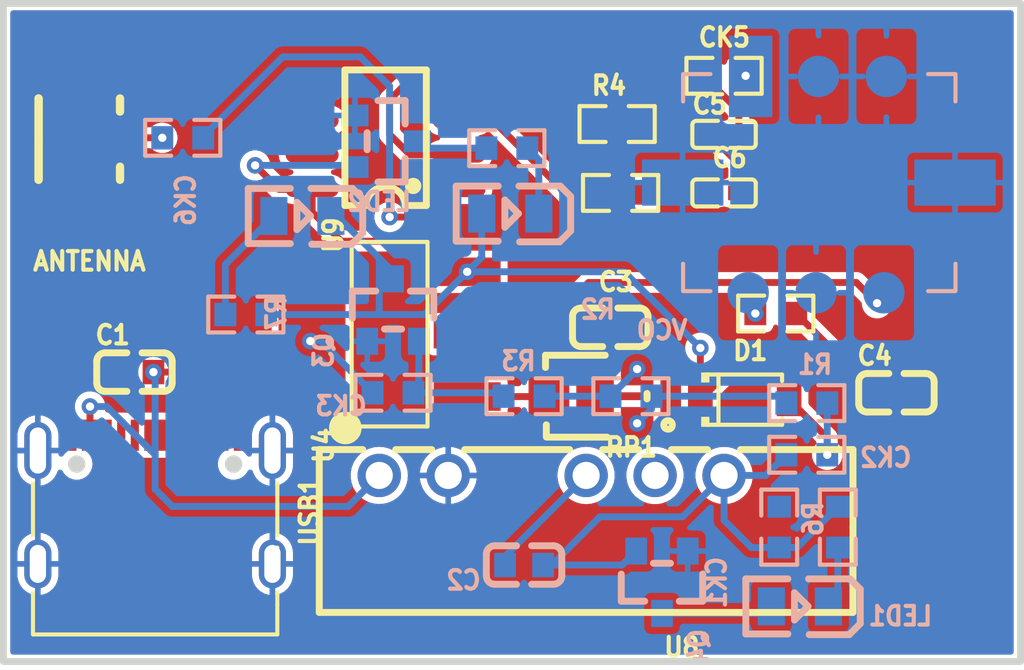
<source format=kicad_pcb>
(kicad_pcb (version 20240108) (generator "pcbnew") (generator_version "8.0")
  (layers (0 "F.Cu" signal "Top Layer") (31 "B.Cu" signal "Bottom Layer") (34 "B.Paste" user "Bottom Paste Mask Layer") (35 "F.Paste" user "Top Paste Mask Layer") (36 "B.SilkS" user "Bottom Silkscreen Layer") (37 "F.SilkS" user "Top Silkscreen Layer") (38 "B.Mask" user "Bottom Solder Mask Layer") (39 "F.Mask" user "Top Solder Mask Layer") (44 "Edge.Cuts" user "Multi-Layer"))
  (net 0 "")
  (net 1 "GND")
  (net 2 "RFOUT")
  (net 3 "VT")
  (net 4 "POWER")
  (net 5 "VCC+")
  (net 6 "$4N521")
  (net 7 "$4N526")
  (net 8 "SIGNAL")
  (net 9 "$6N289")
  (net 10 "$3N135")
  (net 11 "$4N812")
  (net 12 "VCC-")
  (net 13 "ADJ")
  (net 14 "VCC9V+")
  (net 15 "$5N863")
  (net 16 "$6N676")
  (footprint "Signal-blocker-Minimal:wire" (layer "F.Cu") (at 132.159 98.636 90)
    (property "Reference" "ANTENNA" (at -2.794 0 360) (layer "F.SilkS") (effects (font (size 0.686 0.6285) (thickness 0.1525)) (justify left bottom)))
    (property "Value" "")
    (pad "1" smd rect (at 0.635 1.778 180) (size 2.2 1.05) (layers "F.Cu" "F.Paste" "F.Mask") (net 1 "GND"))
    (pad "2" smd rect (at 2.11 3.303 90) (size 1 1.05) (layers "F.Cu" "F.Paste" "F.Mask") (net 10 "$3N135"))
    (pad "3" smd rect (at 3.585 1.778 180) (size 2.2 1.05) (layers "F.Cu" "F.Paste" "F.Mask") (net 1 "GND"))
  )
  (footprint "Signal-blocker-Minimal:TYPE-C-SMD_HDGC_TYPE-C-ZL-104PWB" (layer "F.Cu") (at 136.731 109.812)
    (property "Reference" "USB1" (at 6.096 1.778 450) (layer "F.SilkS") (effects (font (size 0.686 0.6285) (thickness 0.1525)) (justify left bottom)))
    (property "Value" "")
    (fp_poly (pts (xy -2.565 -1.308) (xy -2.5846 -1.419157) (xy -2.641036 -1.516906) (xy -2.7275 -1.589458) (xy -2.833564 -1.628063) (xy -2.946436 -1.628063) (xy -3.0525 -1.589458) (xy -3.138964 -1.516906) (xy -3.1954 -1.419157) (xy -3.215 -1.308) (xy -3.1954 -1.196843) (xy -3.138964 -1.099094) (xy -3.0525 -1.026542) (xy -2.946436 -0.987937) (xy -2.833564 -0.987937) (xy -2.7275 -1.026542) (xy -2.641036 -1.099094) (xy -2.5846 -1.196843)) (fill solid) (layer "Edge.Cuts"))
    (fp_poly (pts (xy 3.215 -1.308) (xy 3.1954 -1.419157) (xy 3.138964 -1.516906) (xy 3.0525 -1.589458) (xy 2.946436 -1.628063) (xy 2.833564 -1.628063) (xy 2.7275 -1.589458) (xy 2.641036 -1.516906) (xy 2.5846 -1.419157) (xy 2.565 -1.308) (xy 2.5846 -1.196843) (xy 2.641036 -1.099094) (xy 2.7275 -1.026542) (xy 2.833564 -0.987937) (xy 2.946436 -0.987937) (xy 3.0525 -1.026542) (xy 3.138964 -1.099094) (xy 3.1954 -1.196843)) (fill solid) (layer "Edge.Cuts"))
    (pad "12" thru_hole oval (at -4.32 -1.8075) (size 1 2.1) (drill oval 0.6 1.7) (layers "*.Cu" "*.Mask") (net 1 "GND"))
    (pad "13" thru_hole oval (at 4.32 -1.8075) (size 1 2.1) (drill oval 0.6 1.7) (layers "*.Cu" "*.Mask") (net 1 "GND"))
    (pad "14" thru_hole oval (at -4.32 2.3725) (size 1 1.8) (drill oval 0.6 1.4) (layers "*.Cu" "*.Mask") (net 1 "GND"))
    (pad "15" thru_hole oval (at 4.32 2.3725) (size 1 1.8) (drill oval 0.6 1.4) (layers "*.Cu" "*.Mask") (net 1 "GND"))
    (pad "A1B12" smd rect (at -3.2 -2.3725) (size 0.6 1.15) (layers "F.Cu" "F.Paste" "F.Mask") (net 1 "GND"))
    (pad "A4B9" smd rect (at -2.4 -2.3725) (size 0.6 1.15) (layers "F.Cu" "F.Paste" "F.Mask") (net 4 "POWER"))
    (pad "A5" smd rect (at -1.25 -2.3725) (size 0.3 1.15) (layers "F.Cu" "F.Paste" "F.Mask"))
    (pad "A6" smd rect (at -0.25 -2.3725) (size 0.3 1.15) (layers "F.Cu" "F.Paste" "F.Mask"))
    (pad "A7" smd rect (at 0.25 -2.3725) (size 0.3 1.15) (layers "F.Cu" "F.Paste" "F.Mask"))
    (pad "A8" smd rect (at 1.25 -2.3725) (size 0.3 1.15) (layers "F.Cu" "F.Paste" "F.Mask"))
    (pad "A9B4" smd rect (at 2.4 -2.3725) (size 0.6 1.15) (layers "F.Cu" "F.Paste" "F.Mask") (net 4 "POWER"))
    (pad "A12B1" smd rect (at 3.2 -2.3725) (size 0.6 1.15) (layers "F.Cu" "F.Paste" "F.Mask") (net 1 "GND"))
    (pad "B5" smd rect (at 1.75 -2.3725) (size 0.3 1.15) (layers "F.Cu" "F.Paste" "F.Mask"))
    (pad "B6" smd rect (at 0.75 -2.3725) (size 0.3 1.15) (layers "F.Cu" "F.Paste" "F.Mask"))
    (pad "B7" smd rect (at -0.75 -2.3725) (size 0.3 1.15) (layers "F.Cu" "F.Paste" "F.Mask"))
    (pad "B8" smd rect (at -1.75 -2.3725) (size 0.3 1.15) (layers "F.Cu" "F.Paste" "F.Mask"))
  )
  (footprint "Signal-blocker-Minimal:SOD-123_L2.7-W1.6-LS3.7-RD" (layer "F.Cu") (at 158.448 106.129)
    (property "Reference" "D1" (at -0.508 -1.397 1800) (layer "F.SilkS") (effects (font (size 0.686 0.6285) (thickness 0.1525)) (justify left bottom)))
    (property "Value" "")
    (pad "1" smd rect (at -1.635 0) (size 0.91 1.22) (layers "F.Cu" "F.Paste" "F.Mask") (net 5 "VCC+"))
    (pad "2" smd rect (at 1.635 0) (size 0.91 1.22) (layers "F.Cu" "F.Paste" "F.Mask") (net 5 "VCC+"))
  )
  (footprint "Signal-blocker-Minimal:R0603" (layer "F.Cu") (at 157.686 94.191 180)
    (property "Reference" "CK5" (at 1.016 1.016 -360) (layer "F.SilkS") (effects (font (size 0.686 0.6285) (thickness 0.1525)) (justify left bottom)))
    (property "Value" "")
    (pad "1" smd rect (at -0.7535 0 180) (size 0.8065 0.864) (layers "F.Cu" "F.Paste" "F.Mask") (net 8 "SIGNAL"))
    (pad "2" smd rect (at 0.7535 0 180) (size 0.8065 0.864) (layers "F.Cu" "F.Paste" "F.Mask") (net 9 "$6N289"))
  )
  (footprint "Signal-blocker-Minimal:PWRM-TH_A05XXS-1WR3" (layer "F.Cu") (at 151.336 108.923)
    (property "Reference" "U8" (at 4.064 6.731 360) (layer "F.SilkS") (effects (font (size 0.686 0.6285) (thickness 0.1525)) (justify left bottom)))
    (property "Value" "")
    (pad "1" thru_hole circle (at -6.35 0) (size 1.6 1.6) (drill 1) (layers "*.Cu" "*.Mask") (net 4 "POWER"))
    (pad "2" thru_hole circle (at -3.81 0) (size 1.6 1.6) (drill 1) (layers "*.Cu" "*.Mask") (net 1 "GND"))
    (pad "4" thru_hole circle (at 1.27 0) (size 1.6 1.6) (drill 1) (layers "*.Cu" "*.Mask") (net 12 "VCC-"))
    (pad "5" thru_hole circle (at 3.81 0) (size 1.6 1.6) (drill 1) (layers "*.Cu" "*.Mask"))
    (pad "6" thru_hole circle (at 6.35 0) (size 1.6 1.6) (drill 1) (layers "*.Cu" "*.Mask") (net 14 "VCC9V+"))
  )
  (footprint "Signal-blocker-Minimal:C0603" (layer "F.Cu") (at 164.036 105.875)
    (property "Reference" "C4" (at -1.517 -0.964 0) (layer "F.SilkS") (effects (font (size 0.686 0.6285) (thickness 0.1525)) (justify left bottom)))
    (property "Value" "")
    (pad "1" smd rect (at -0.7 0) (size 0.8 0.9) (layers "F.Cu" "F.Paste" "F.Mask") (net 5 "VCC+"))
    (pad "2" smd rect (at 0.7 0) (size 0.8 0.9) (layers "F.Cu" "F.Paste" "F.Mask") (net 1 "GND"))
  )
  (footprint "Signal-blocker-Minimal:C0603" (layer "F.Cu") (at 135.969 105.113)
    (property "Reference" "C1" (at -1.517 -0.964 360) (layer "F.SilkS") (effects (font (size 0.686 0.6285) (thickness 0.1525)) (justify left bottom)))
    (property "Value" "")
    (pad "1" smd rect (at -0.7 0) (size 0.8 0.9) (layers "F.Cu" "F.Paste" "F.Mask") (net 1 "GND"))
    (pad "2" smd rect (at 0.7 0) (size 0.8 0.9) (layers "F.Cu" "F.Paste" "F.Mask") (net 4 "POWER"))
  )
  (footprint "Signal-blocker-Minimal:C0603" (layer "F.Cu") (at 153.495 103.462 180)
    (property "Reference" "C3" (at 0.508 1.27 720) (layer "F.SilkS") (effects (font (size 0.686 0.6285) (thickness 0.1525)) (justify left bottom)))
    (property "Value" "")
    (pad "1" smd rect (at -0.7 0 180) (size 0.8 0.9) (layers "F.Cu" "F.Paste" "F.Mask") (net 1 "GND"))
    (pad "2" smd rect (at 0.7 0 180) (size 0.8 0.9) (layers "F.Cu" "F.Paste" "F.Mask") (net 3 "VT"))
  )
  (footprint "Signal-blocker-Minimal:R0603" (layer "F.Cu") (at 153.749 95.969 180)
    (property "Reference" "R4" (at 1.016 1.016 360) (layer "F.SilkS") (effects (font (size 0.686 0.6285) (thickness 0.1525)) (justify left bottom)))
    (property "Value" "")
    (pad "1" smd rect (at -0.7535 0 180) (size 0.8065 0.864) (layers "F.Cu" "F.Paste" "F.Mask") (net 16 "$6N676"))
    (pad "2" smd rect (at 0.7535 0 180) (size 0.8065 0.864) (layers "F.Cu" "F.Paste" "F.Mask") (net 2 "RFOUT"))
  )
  (footprint "Signal-blocker-Minimal:SOT-223_L6.3-W3.5-P2.30-LS7.0-BR" (layer "F.Cu") (at 145.367 103.716)
    (property "Reference" "U4" (at -2.032 4.826 450) (layer "F.SilkS") (effects (font (size 0.686 0.6285) (thickness 0.1525)) (justify left bottom)))
    (property "Value" "")
    (pad "1" smd rect (at 2.8575 2.3) (size 2.465 1.05) (layers "F.Cu" "F.Paste" "F.Mask") (net 13 "ADJ"))
    (pad "2" smd rect (at 2.8575 0) (size 2.465 1.05) (layers "F.Cu" "F.Paste" "F.Mask") (net 3 "VT"))
    (pad "3" smd rect (at 2.8575 -2.3) (size 2.465 1.05) (layers "F.Cu" "F.Paste" "F.Mask") (net 5 "VCC+"))
    (pad "4" smd rect (at -2.8575 0) (size 2.465 3.54) (layers "F.Cu" "F.Paste" "F.Mask") (net 11 "$4N812"))
  )
  (footprint "Signal-blocker-Minimal:R0603" (layer "F.Cu") (at 159.591 102.954 180)
    (property "Reference" "CK4" (hide yes))
    (property "Value" "")
    (pad "1" smd rect (at -0.7535 0 180) (size 0.8065 0.864) (layers "F.Cu" "F.Paste" "F.Mask") (net 5 "VCC+"))
    (pad "2" smd rect (at 0.7535 0 180) (size 0.8065 0.864) (layers "F.Cu" "F.Paste" "F.Mask") (net 5 "VCC+"))
  )
  (footprint "Signal-blocker-Minimal:C0402" (layer "F.Cu") (at 157.686 96.35)
    (property "Reference" "C5" (at -1.245 -0.702 1080) (layer "F.SilkS") (effects (font (size 0.686 0.6285) (thickness 0.1525)) (justify left bottom)))
    (property "Value" "")
    (pad "1" smd rect (at -0.545 0) (size 0.79 0.54) (layers "F.Cu" "F.Paste" "F.Mask") (net 16 "$6N676"))
    (pad "2" smd rect (at 0.545 0) (size 0.79 0.54) (layers "F.Cu" "F.Paste" "F.Mask") (net 9 "$6N289"))
  )
  (footprint "Signal-blocker-Minimal:RES-ADJ-SMD_3P-L3.0-W3.8-P1.75-BR" (layer "F.Cu") (at 152.86 106.002)
    (property "Reference" "RP1" (at 0.381 2.286 1260) (layer "F.SilkS") (effects (font (size 0.686 0.6285) (thickness 0.1525)) (justify left bottom)))
    (property "Value" "")
    (pad "1" smd rect (at 1.625 1 90) (size 1.2 1.2) (layers "F.Cu" "F.Paste" "F.Mask") (net 7 "$4N526"))
    (pad "2" smd rect (at -1.625 0 90) (size 1.6 1.5) (layers "F.Cu" "F.Paste" "F.Mask") (net 13 "ADJ"))
    (pad "3" smd rect (at 1.625 -1 90) (size 1.2 1.2) (layers "F.Cu" "F.Paste" "F.Mask") (net 6 "$4N521"))
  )
  (footprint "Signal-blocker-Minimal:R0603" (layer "F.Cu") (at 153.876 98.509)
    (property "Reference" "R5" (hide yes))
    (property "Value" "")
    (pad "1" smd rect (at -0.7535 0) (size 0.8065 0.864) (layers "F.Cu" "F.Paste" "F.Mask") (net 1 "GND"))
    (pad "2" smd rect (at 0.7535 0) (size 0.8065 0.864) (layers "F.Cu" "F.Paste" "F.Mask") (net 9 "$6N289"))
  )
  (footprint "Signal-blocker-Minimal:SOIC-8_L5.0-W4.0-P1.27-LS6.0-BL" (layer "F.Cu") (at 145.22 96.4735 90)
    (property "Reference" "U9" (at -4.318 -1.524 810) (layer "F.SilkS") (effects (font (size 0.686 0.6285) (thickness 0.1525)) (justify left bottom)))
    (property "Value" "")
    (pad "1" smd oval (at -1.905 2.705 90) (size 0.5685 1.95) (layers "F.Cu" "F.Paste" "F.Mask") (net 2 "RFOUT"))
    (pad "2" smd oval (at -0.635 2.705 90) (size 0.5685 1.95) (layers "F.Cu" "F.Paste" "F.Mask") (net 2 "RFOUT"))
    (pad "3" smd oval (at 0.635 2.705 90) (size 0.5685 1.95) (layers "F.Cu" "F.Paste" "F.Mask") (net 9 "$6N289"))
    (pad "4" smd oval (at 1.905 2.705 90) (size 0.5685 1.95) (layers "F.Cu" "F.Paste" "F.Mask") (net 1 "GND"))
    (pad "5" smd oval (at 1.905 -2.705 90) (size 0.5685 1.95) (layers "F.Cu" "F.Paste" "F.Mask"))
    (pad "6" smd oval (at 0.635 -2.705 90) (size 0.5685 1.95) (layers "F.Cu" "F.Paste" "F.Mask"))
    (pad "7" smd oval (at -0.635 -2.705 90) (size 0.5685 1.95) (layers "F.Cu" "F.Paste" "F.Mask"))
    (pad "8" smd oval (at -1.905 -2.705 90) (size 0.5685 1.95) (layers "F.Cu" "F.Paste" "F.Mask") (net 5 "VCC+"))
  )
  (footprint "Signal-blocker-Minimal:C0402" (layer "F.Cu") (at 157.686 98.509)
    (property "Reference" "C6" (at -0.508 -0.889 1080) (layer "F.SilkS") (effects (font (size 0.686 0.6285) (thickness 0.1525)) (justify left bottom)))
    (property "Value" "")
    (pad "1" smd rect (at -0.545 0) (size 0.79 0.54) (layers "F.Cu" "F.Paste" "F.Mask") (net 9 "$6N289"))
    (pad "2" smd rect (at 0.545 0) (size 0.79 0.54) (layers "F.Cu" "F.Paste" "F.Mask") (net 16 "$6N676"))
  )
  (footprint "Signal-blocker-Minimal:1234" (layer "B.Cu") (at 160.607 98.128)
    (property "Reference" "VCO" (at -4.191 5.842 -360) (layer "B.SilkS") (effects (font (size 0.686 0.6285) (thickness 0.1525)) (justify left bottom mirror)))
    (property "Value" "")
    (pad "1" smd circle (at -2.0315 4.064) (size 1.524 1.524) (layers "B.Cu" "B.Paste" "B.Mask") (net 5 "VCC+"))
    (pad "2" smd circle (at 0.4685 4.064) (size 1.524 1.524) (layers "B.Cu" "B.Paste" "B.Mask") (net 1 "GND"))
    (pad "3" smd circle (at 2.9685 4.064) (size 1.524 1.524) (layers "B.Cu" "B.Paste" "B.Mask") (net 3 "VT"))
    (pad "4" smd rect (at -4.445 0 270) (size 1.7005 3) (layers "B.Cu" "B.Paste" "B.Mask") (net 1 "GND"))
    (pad "5" smd rect (at 5.588 0 270) (size 1.7 3) (layers "B.Cu" "B.Paste" "B.Mask") (net 1 "GND"))
    (pad "6" smd rect (at -1.942 -3.913) (size 1.6 3) (layers "B.Cu" "B.Paste" "B.Mask") (net 8 "SIGNAL"))
    (pad "7" smd circle (at 0.558 -3.913) (size 1.524 1.524) (layers "B.Cu" "B.Paste" "B.Mask") (net 1 "GND"))
    (pad "8" smd circle (at 3.058 -3.913) (size 1.524 1.524) (layers "B.Cu" "B.Paste" "B.Mask") (net 1 "GND"))
  )
  (footprint "Signal-blocker-Minimal:R0603" (layer "B.Cu") (at 140.0715 102.9915 180)
    (property "Reference" "R7" (at -1.524 0.762 -450) (layer "B.SilkS") (effects (font (size 0.686 0.6285) (thickness 0.1525)) (justify left bottom mirror)))
    (property "Value" "")
    (pad "1" smd rect (at -0.7535 0 180) (size 0.8065 0.864) (layers "B.Cu" "B.Paste" "B.Mask") (net 5 "VCC+"))
    (pad "2" smd rect (at 0.7535 0 180) (size 0.8065 0.864) (layers "B.Cu" "B.Paste" "B.Mask") (net 15 "$5N863"))
  )
  (footprint "Signal-blocker-Minimal:S8050_SOT-23" (layer "B.Cu") (at 145.621 102.827 -90)
    (property "Reference" "Q3" (at 0.762 2.286 450) (layer "B.SilkS") (effects (font (size 0.686 0.6285) (thickness 0.1525)) (justify left bottom mirror)))
    (property "Value" "")
    (pad "1" smd rect (at 1.15 -0.823 90) (size 1 0.8) (layers "B.Cu" "B.Paste" "B.Mask") (net 7 "$4N526"))
    (pad "2" smd rect (at 1.15 1.077 90) (size 1 0.8) (layers "B.Cu" "B.Paste" "B.Mask") (net 1 "GND"))
    (pad "3" smd rect (at -1.15 0.127 90) (size 1 0.8) (layers "B.Cu" "B.Paste" "B.Mask") (net 5 "VCC+"))
  )
  (footprint "Signal-blocker-Minimal:R0603" (layer "B.Cu") (at 160.734 106.256 180)
    (property "Reference" "R1" (at -1.016 1.016 -360) (layer "B.SilkS") (effects (font (size 0.686 0.6285) (thickness 0.1525)) (justify left bottom mirror)))
    (property "Value" "")
    (pad "1" smd rect (at -0.7535 0 180) (size 0.8065 0.864) (layers "B.Cu" "B.Paste" "B.Mask") (net 5 "VCC+"))
    (pad "2" smd rect (at 0.7535 0 180) (size 0.8065 0.864) (layers "B.Cu" "B.Paste" "B.Mask") (net 7 "$4N526"))
  )
  (footprint "Signal-blocker-Minimal:R0603" (layer "B.Cu") (at 160.734 108.161)
    (property "Reference" "CK2" (at 3.937 0.508 -360) (layer "B.SilkS") (effects (font (size 0.686 0.6285) (thickness 0.1525)) (justify left bottom mirror)))
    (property "Value" "")
    (pad "1" smd rect (at -0.7535 0) (size 0.8065 0.864) (layers "B.Cu" "B.Paste" "B.Mask") (net 14 "VCC9V+"))
    (pad "2" smd rect (at 0.7535 0) (size 0.8065 0.864) (layers "B.Cu" "B.Paste" "B.Mask") (net 5 "VCC+"))
  )
  (footprint "Signal-blocker-Minimal:R0603" (layer "B.Cu") (at 159.718 110.828 -90)
    (property "Reference" "CK1" (at 1.016 1.905 -810) (layer "B.SilkS") (effects (font (size 0.686 0.6285) (thickness 0.1525)) (justify left bottom mirror)))
    (property "Value" "")
    (pad "1" smd rect (at -0.7535 0 270) (size 0.8065 0.864) (layers "B.Cu" "B.Paste" "B.Mask") (net 14 "VCC9V+"))
    (pad "2" smd rect (at 0.7535 0 270) (size 0.8065 0.864) (layers "B.Cu" "B.Paste" "B.Mask") (net 14 "VCC9V+"))
  )
  (footprint "Signal-blocker-Minimal:R0603" (layer "B.Cu") (at 137.747 96.477 180)
    (property "Reference" "CK6" (at -0.508 -1.27 450) (layer "B.SilkS") (effects (font (size 0.686 0.6285) (thickness 0.1525)) (justify left bottom mirror)))
    (property "Value" "")
    (pad "1" smd rect (at -0.7535 0 180) (size 0.8065 0.864) (layers "B.Cu" "B.Paste" "B.Mask") (net 2 "RFOUT"))
    (pad "2" smd rect (at 0.7535 0 180) (size 0.8065 0.864) (layers "B.Cu" "B.Paste" "B.Mask") (net 10 "$3N135"))
  )
  (footprint "Signal-blocker-Minimal:R0603" (layer "B.Cu") (at 161.877 110.828 -90)
    (property "Reference" "R6" (at -1.016 0.508 450) (layer "B.SilkS") (effects (font (size 0.686 0.6285) (thickness 0.1525)) (justify left bottom mirror)))
    (property "Value" "")
    (pad "1" smd rect (at -0.7535 0 270) (size 0.8065 0.864) (layers "B.Cu" "B.Paste" "B.Mask") (net 14 "VCC9V+"))
    (pad "2" smd rect (at 0.7535 0 270) (size 0.8065 0.864) (layers "B.Cu" "B.Paste" "B.Mask") (net 14 "VCC9V+"))
  )
  (footprint "Signal-blocker-Minimal:S8050_SOT-23" (layer "B.Cu") (at 145.24 96.731 180)
    (property "Reference" "Q3" (hide yes))
    (property "Value" "")
    (pad "1" smd rect (at 1.15 -0.823) (size 1 0.8) (layers "B.Cu" "B.Paste" "B.Mask") (net 5 "VCC+"))
    (pad "2" smd rect (at 1.15 1.077) (size 1 0.8) (layers "B.Cu" "B.Paste" "B.Mask") (net 1 "GND"))
    (pad "3" smd rect (at -1.15 0.127) (size 1 0.8) (layers "B.Cu" "B.Paste" "B.Mask") (net 5 "VCC+"))
  )
  (footprint "Signal-blocker-Minimal:R0603" (layer "B.Cu") (at 145.494 105.875)
    (property "Reference" "CK3" (at -0.889 0.889 -900) (layer "B.SilkS") (effects (font (size 0.686 0.6285) (thickness 0.1525)) (justify left bottom mirror)))
    (property "Value" "")
    (pad "1" smd rect (at -0.7535 0) (size 0.8065 0.864) (layers "B.Cu" "B.Paste" "B.Mask") (net 11 "$4N812"))
    (pad "2" smd rect (at 0.7535 0) (size 0.8065 0.864) (layers "B.Cu" "B.Paste" "B.Mask") (net 7 "$4N526"))
  )
  (footprint "Signal-blocker-Minimal:R0603" (layer "B.Cu") (at 149.685 96.858)
    (property "Reference" "R6" (hide yes))
    (property "Value" "")
    (pad "1" smd rect (at -0.7535 0) (size 0.8065 0.864) (layers "B.Cu" "B.Paste" "B.Mask") (net 5 "VCC+"))
    (pad "2" smd rect (at 0.7535 0) (size 0.8065 0.864) (layers "B.Cu" "B.Paste" "B.Mask") (net 15 "$5N863"))
  )
  (footprint "Signal-blocker-Minimal:LED0805-R-RD" (layer "B.Cu") (at 160.48 113.749 180)
    (property "Reference" "LED1" (at -4.953 -0.762 -0) (layer "B.SilkS") (effects (font (size 0.686 0.6285) (thickness 0.1525)) (justify left bottom mirror)))
    (property "Value" "")
    (pad "1" smd rect (at 1.0505 0) (size 1 1.3995) (layers "B.Cu" "B.Paste" "B.Mask") (net 14 "VCC9V+"))
    (pad "2" smd rect (at -1.0505 0) (size 1 1.3995) (layers "B.Cu" "B.Paste" "B.Mask") (net 14 "VCC9V+"))
  )
  (footprint "Signal-blocker-Minimal:LED0805-R-RD" (layer "B.Cu") (at 142.153 99.3585 180)
    (property "Reference" "LED2" (at -4.0855 0.1275 -0) (layer "B.SilkS") (effects (font (size 0.686 0.6285) (thickness 0.1525)) (justify left bottom mirror)))
    (property "Value" "")
    (pad "1" smd rect (at 1.0505 0) (size 1 1.3995) (layers "B.Cu" "B.Paste" "B.Mask") (net 15 "$5N863"))
    (pad "2" smd rect (at -1.0505 0) (size 1 1.3995) (layers "B.Cu" "B.Paste" "B.Mask") (net 5 "VCC+"))
  )
  (footprint "Signal-blocker-Minimal:R0603" (layer "B.Cu") (at 154.257 106.002)
    (property "Reference" "R2" (at -0.508 -2.794 -1260) (layer "B.SilkS") (effects (font (size 0.686 0.6285) (thickness 0.1525)) (justify left bottom mirror)))
    (property "Value" "")
    (pad "1" smd rect (at -0.7535 0) (size 0.8065 0.864) (layers "B.Cu" "B.Paste" "B.Mask") (net 6 "$4N521"))
    (pad "2" smd rect (at 0.7535 0) (size 0.8065 0.864) (layers "B.Cu" "B.Paste" "B.Mask") (net 7 "$4N526"))
  )
  (footprint "Signal-blocker-Minimal:S8050_SOT-23" (layer "B.Cu") (at 155.273 112.86 90)
    (property "Reference" "Q4" (at -1.65 1.881 270) (layer "B.SilkS") (effects (font (size 0.686 0.6285) (thickness 0.1525)) (justify left bottom mirror)))
    (property "Value" "")
    (pad "1" smd rect (at 1.15 -0.823 270) (size 1 0.8) (layers "B.Cu" "B.Paste" "B.Mask") (net 14 "VCC9V+"))
    (pad "2" smd rect (at 1.15 1.077 270) (size 1 0.8) (layers "B.Cu" "B.Paste" "B.Mask") (net 1 "GND"))
    (pad "3" smd rect (at -1.15 0.127 270) (size 1 0.8) (layers "B.Cu" "B.Paste" "B.Mask") (net 14 "VCC9V+"))
  )
  (footprint "Signal-blocker-Minimal:C0603" (layer "B.Cu") (at 150.32 112.225)
    (property "Reference" "C2" (at -1.517 0.964 180) (layer "B.SilkS") (effects (font (size 0.686 0.6285) (thickness 0.1525)) (justify left bottom mirror)))
    (property "Value" "")
    (pad "1" smd rect (at -0.7 0) (size 0.8 0.9) (layers "B.Cu" "B.Paste" "B.Mask") (net 12 "VCC-"))
    (pad "2" smd rect (at 0.7 0) (size 0.8 0.9) (layers "B.Cu" "B.Paste" "B.Mask") (net 14 "VCC9V+"))
  )
  (footprint "Signal-blocker-Minimal:R0603" (layer "B.Cu") (at 150.32 106.002 180)
    (property "Reference" "R3" (at -0.508 0.889 -360) (layer "B.SilkS") (effects (font (size 0.686 0.6285) (thickness 0.1525)) (justify left bottom mirror)))
    (property "Value" "")
    (pad "1" smd rect (at -0.7535 0 180) (size 0.8065 0.864) (layers "B.Cu" "B.Paste" "B.Mask") (net 6 "$4N521"))
    (pad "2" smd rect (at 0.7535 0 180) (size 0.8065 0.864) (layers "B.Cu" "B.Paste" "B.Mask") (net 7 "$4N526"))
  )
  (footprint "Signal-blocker-Minimal:LED0805-R-RD" (layer "B.Cu") (at 149.812 99.271 180)
    (property "Reference" "LED2" (hide yes))
    (property "Value" "")
    (pad "1" smd rect (at 1.0505 0) (size 1 1.3995) (layers "B.Cu" "B.Paste" "B.Mask") (net 5 "VCC+"))
    (pad "2" smd rect (at -1.0505 0) (size 1 1.3995) (layers "B.Cu" "B.Paste" "B.Mask") (net 15 "$5N863"))
  )
  (gr_rect (start 131.143 91.524) (end 168.608 115.781) (stroke (width 0.254)) (fill none) (layer "Edge.Cuts"))
  (segment (start 149.1855 94.572) (end 147.9285 94.572) (width 0.254) (layer "F.Cu") (net 1))
  (segment (start 147.9285 94.572) (end 147.925 94.5685) (width 0.254) (layer "F.Cu") (net 1))
  (segment (start 153.1225 98.509) (end 149.1855 94.572) (width 0.254) (layer "F.Cu") (net 1))
  (segment (start 145.367 96.35) (end 146.1255 97.1085) (width 0.254) (layer "F.Cu") (net 2))
  (segment (start 146.1255 97.1085) (end 147.586 97.1085) (width 0.254) (layer "F.Cu") (net 2))
  (segment (start 145.367 95.08) (end 145.367 96.35) (width 0.254) (layer "F.Cu") (net 2))
  (segment (start 152.9955 95.969) (end 150.5825 93.556) (width 0.254) (layer "F.Cu") (net 2))
  (segment (start 147.925 98.3785) (end 146.906 99.398) (width 0.254) (layer "F.Cu") (net 2))
  (segment (start 146.891 93.556) (end 145.367 95.08) (width 0.254) (layer "F.Cu") (net 2))
  (segment (start 150.5825 93.556) (end 146.891 93.556) (width 0.254) (layer "F.Cu") (net 2))
  (segment (start 146.906 99.398) (end 145.367 99.398) (width 0.254) (layer "F.Cu") (net 2))
  (segment (start 147.586 97.1085) (end 147.925 97.1085) (width 0.254) (layer "F.Cu") (net 2))
  (segment (start 147.586 97.1085) (end 147.586 98.25) (width 0.254) (layer "F.Cu") (net 2))
  (via (at 145.367 99.398) (size 0.61) (drill 0.305) (layers "F.Cu" "B.Cu") (net 2))
  (segment (start 141.43 93.4925) (end 138.5005 96.422) (width 0.254) (layer "B.Cu") (net 2))
  (segment (start 144.2875 93.4925) (end 141.43 93.4925) (width 0.254) (layer "B.Cu") (net 2))
  (segment (start 145.367 94.572) (end 144.2875 93.4925) (width 0.254) (layer "B.Cu") (net 2))
  (segment (start 145.367 99.398) (end 145.367 94.572) (width 0.254) (layer "B.Cu") (net 2))
  (segment (start 138.5005 96.422) (end 138.5005 96.477) (width 0.254) (layer "B.Cu") (net 2))
  (segment (start 152.6975 101.811) (end 162.5595 101.811) (width 0.254) (layer "F.Cu") (net 3))
  (segment (start 150.7925 103.716) (end 152.6975 101.811) (width 0.254) (layer "F.Cu") (net 3))
  (segment (start 150.7925 103.716) (end 152.668 103.716) (width 0.254) (layer "F.Cu") (net 3))
  (segment (start 148.2245 103.716) (end 150.7925 103.716) (width 0.254) (layer "F.Cu") (net 3))
  (segment (start 152.668 103.716) (end 152.795 103.589) (width 0.254) (layer "F.Cu") (net 3))
  (segment (start 162.5595 101.811) (end 163.3215 102.573) (width 0.254) (layer "F.Cu") (net 3))
  (via (at 163.3215 102.573) (size 0.61) (drill 0.305) (layers "F.Cu" "B.Cu") (net 3))
  (segment (start 134.331 107.4395) (end 134.331 106.383) (width 0.254) (layer "F.Cu") (net 4))
  (segment (start 139.131 107.4395) (end 139.131 106.624) (width 0.254) (layer "F.Cu") (net 4))
  (segment (start 137.62 105.113) (end 136.669 105.113) (width 0.254) (layer "F.Cu") (net 4))
  (segment (start 139.131 106.624) (end 137.62 105.113) (width 0.254) (layer "F.Cu") (net 4))
  (via (at 134.331 106.383) (size 0.61) (drill 0.305) (layers "F.Cu" "B.Cu") (net 4))
  (via (at 136.669 105.113) (size 0.61) (drill 0.305) (layers "F.Cu" "B.Cu") (net 4))
  (segment (start 136.731 109.431) (end 137.366 110.066) (width 0.254) (layer "B.Cu") (net 4))
  (segment (start 134.331 106.383) (end 134.953 106.383) (width 0.254) (layer "B.Cu") (net 4))
  (segment (start 136.731 108.161) (end 136.731 109.431) (width 0.254) (layer "B.Cu") (net 4))
  (segment (start 143.843 110.066) (end 144.986 108.923) (width 0.254) (layer "B.Cu") (net 4))
  (segment (start 136.731 105.175) (end 136.731 108.161) (width 0.254) (layer "B.Cu") (net 4))
  (segment (start 136.669 105.113) (end 136.731 105.175) (width 0.254) (layer "B.Cu") (net 4))
  (segment (start 134.953 106.383) (end 136.731 108.161) (width 0.254) (layer "B.Cu") (net 4))
  (segment (start 137.366 110.066) (end 143.843 110.066) (width 0.254) (layer "B.Cu") (net 4))
  (segment (start 161.4875 107.5335) (end 161.4875 108.161) (width 0.254) (layer "F.Cu") (net 5))
  (segment (start 142.515 99.213) (end 142.515 98.3785) (width 0.254) (layer "F.Cu") (net 5))
  (segment (start 162.2225 104.859) (end 163.2385 105.875) (width 0.254) (layer "F.Cu") (net 5))
  (segment (start 148.2245 101.416) (end 147.0955 100.287) (width 0.254) (layer "F.Cu") (net 5))
  (segment (start 158.083 104.859) (end 162.2225 104.859) (width 0.254) (layer "F.Cu") (net 5))
  (segment (start 156.813 106.129) (end 158.083 104.859) (width 0.254) (layer "F.Cu") (net 5))
  (segment (start 142.515 98.3785) (end 141.2995 98.3785) (width 0.254) (layer "F.Cu") (net 5))
  (segment (start 143.589 100.287) (end 142.515 99.213) (width 0.254) (layer "F.Cu") (net 5))
  (segment (start 160.3445 102.954) (end 163.2385 105.8485) (width 0.254) (layer "F.Cu") (net 5))
  (segment (start 141.2995 98.3785) (end 140.414 97.493) (width 0.254) (layer "F.Cu") (net 5))
  (segment (start 163.2385 105.8485) (end 163.2385 105.875) (width 0.254) (layer "F.Cu") (net 5))
  (segment (start 156.813 106.129) (end 156.813 104.224) (width 0.254) (layer "F.Cu") (net 5))
  (segment (start 160.083 106.129) (end 161.4875 107.5335) (width 0.254) (layer "F.Cu") (net 5))
  (segment (start 147.0955 100.287) (end 143.589 100.287) (width 0.254) (layer "F.Cu") (net 5))
  (via (at 158.8375 102.954) (size 0.61) (drill 0.305) (layers "F.Cu" "B.Cu") (net 5))
  (via (at 140.414 97.493) (size 0.61) (drill 0.305) (layers "F.Cu" "B.Cu") (net 5))
  (via (at 161.4875 108.161) (size 0.61) (drill 0.305) (layers "F.Cu" "B.Cu") (net 5))
  (via (at 156.813 104.224) (size 0.61) (drill 0.305) (layers "F.Cu" "B.Cu") (net 5))
  (via (at 148.2245 101.416) (size 0.61) (drill 0.305) (layers "F.Cu" "B.Cu") (net 5))
  (segment (start 144.986 102.9915) (end 146.649 102.9915) (width 0.254) (layer "B.Cu") (net 5))
  (segment (start 145.494 101.423) (end 144.986 100.915) (width 0.254) (layer "B.Cu") (net 5))
  (segment (start 144.986 100.915) (end 143.429 99.3585) (width 0.254) (layer "B.Cu") (net 5))
  (segment (start 144.029 97.493) (end 144.09 97.554) (width 0.254) (layer "B.Cu") (net 5))
  (segment (start 144.986 102.9915) (end 144.986 100.915) (width 0.254) (layer "B.Cu") (net 5))
  (segment (start 140.414 97.493) (end 144.029 97.493) (width 0.254) (layer "B.Cu") (net 5))
  (segment (start 161.4875 106.256) (end 161.4875 108.161) (width 0.254) (layer "B.Cu") (net 5))
  (segment (start 148.7615 100.879) (end 148.7615 99.271) (width 0.254) (layer "B.Cu") (net 5))
  (segment (start 148.2245 101.416) (end 148.7615 100.879) (width 0.254) (layer "B.Cu") (net 5))
  (segment (start 148.9315 96.858) (end 146.644 96.858) (width 0.254) (layer "B.Cu") (net 5))
  (segment (start 146.644 96.858) (end 146.39 96.604) (width 0.254) (layer "B.Cu") (net 5))
  (segment (start 140.825 102.9915) (end 144.986 102.9915) (width 0.254) (layer "B.Cu") (net 5))
  (segment (start 154.005 101.416) (end 156.813 104.224) (width 0.254) (layer "B.Cu") (net 5))
  (segment (start 146.649 102.9915) (end 148.2245 101.416) (width 0.254) (layer "B.Cu") (net 5))
  (segment (start 148.2245 101.416) (end 154.005 101.416) (width 0.254) (layer "B.Cu") (net 5))
  (segment (start 143.429 99.3585) (end 143.203 99.3585) (width 0.254) (layer "B.Cu") (net 5))
  (via (at 154.485 105.002) (size 0.61) (drill 0.305) (layers "F.Cu" "B.Cu") (net 6))
  (segment (start 153.5035 106.002) (end 154.485 105.0205) (width 0.254) (layer "B.Cu") (net 6))
  (segment (start 151.0735 106.002) (end 153.5035 106.002) (width 0.254) (layer "B.Cu") (net 6))
  (segment (start 154.485 105.0205) (end 154.485 105.002) (width 0.254) (layer "B.Cu") (net 6))
  (via (at 154.485 107.002) (size 0.61) (drill 0.305) (layers "F.Cu" "B.Cu") (net 7))
  (segment (start 149.4395 105.875) (end 149.5665 106.002) (width 0.254) (layer "B.Cu") (net 7))
  (segment (start 155.0105 106.4765) (end 154.485 107.002) (width 0.254) (layer "B.Cu") (net 7))
  (segment (start 155.0105 106.002) (end 159.7265 106.002) (width 0.254) (layer "B.Cu") (net 7))
  (segment (start 146.444 103.723) (end 146.444 105.6785) (width 0.254) (layer "B.Cu") (net 7))
  (segment (start 146.444 105.6785) (end 146.2475 105.875) (width 0.254) (layer "B.Cu") (net 7))
  (segment (start 146.2475 105.875) (end 149.4395 105.875) (width 0.254) (layer "B.Cu") (net 7))
  (segment (start 159.7265 106.002) (end 159.9805 106.256) (width 0.254) (layer "B.Cu") (net 7))
  (segment (start 155.0105 106.002) (end 155.0105 106.4765) (width 0.254) (layer "B.Cu") (net 7))
  (via (at 158.481 94.191) (size 0.61) (drill 0.305) (layers "F.Cu" "B.Cu") (net 8))
  (segment (start 154.6295 98.509) (end 153.4865 99.652) (width 0.254) (layer "F.Cu") (net 9))
  (segment (start 158.231 96.35) (end 158.2505 96.369) (width 0.254) (layer "F.Cu") (net 9))
  (segment (start 152.987 99.652) (end 149.1735 95.8385) (width 0.254) (layer "F.Cu") (net 9))
  (segment (start 153.4865 99.652) (end 152.987 99.652) (width 0.254) (layer "F.Cu") (net 9))
  (segment (start 158.231 95.4895) (end 158.231 96.35) (width 0.254) (layer "F.Cu") (net 9))
  (segment (start 149.1735 95.8385) (end 147.925 95.8385) (width 0.254) (layer "F.Cu") (net 9))
  (segment (start 156.9325 94.191) (end 158.231 95.4895) (width 0.254) (layer "F.Cu") (net 9))
  (segment (start 154.6295 98.509) (end 157.141 98.509) (width 0.254) (layer "F.Cu") (net 9))
  (segment (start 136.9935 96.477) (end 135.511 96.477) (width 0.254) (layer "F.Cu") (net 10))
  (segment (start 135.511 96.477) (end 135.462 96.526) (width 0.254) (layer "F.Cu") (net 10))
  (via (at 136.9935 96.477) (size 0.61) (drill 0.305) (layers "F.Cu" "B.Cu") (net 10))
  (via (at 142.446 103.97) (size 0.61) (drill 0.305) (layers "F.Cu" "B.Cu") (net 11))
  (segment (start 142.8355 103.97) (end 144.7405 105.875) (width 0.254) (layer "B.Cu") (net 11))
  (segment (start 142.446 103.97) (end 142.8355 103.97) (width 0.254) (layer "B.Cu") (net 11))
  (segment (start 149.62 111.909) (end 149.62 112.225) (width 0.254) (layer "B.Cu") (net 12))
  (segment (start 152.606 108.923) (end 149.62 111.909) (width 0.254) (layer "B.Cu") (net 12))
  (segment (start 151.221 106.016) (end 148.2245 106.016) (width 0.254) (layer "F.Cu") (net 13))
  (segment (start 151.235 106.002) (end 151.221 106.016) (width 0.254) (layer "F.Cu") (net 13))
  (segment (start 159.718 111.5815) (end 158.6935 111.5815) (width 0.254) (layer "B.Cu") (net 14))
  (segment (start 158.6935 111.5815) (end 157.686 110.574) (width 0.254) (layer "B.Cu") (net 14))
  (segment (start 156.162 110.447) (end 153.114 110.447) (width 0.254) (layer "B.Cu") (net 14))
  (segment (start 159.2185 108.923) (end 159.9805 108.161) (width 0.254) (layer "B.Cu") (net 14))
  (segment (start 159.718 111.5815) (end 160.3705 111.5815) (width 0.254) (layer "B.Cu") (net 14))
  (segment (start 157.686 108.923) (end 159.2185 108.923) (width 0.254) (layer "B.Cu") (net 14))
  (segment (start 161.5305 113.749) (end 161.877 113.4025) (width 0.254) (layer "B.Cu") (net 14))
  (segment (start 151.336 112.225) (end 153.935 112.225) (width 0.254) (layer "B.Cu") (net 14))
  (segment (start 159.1685 114.01) (end 159.4295 113.749) (width 0.254) (layer "B.Cu") (net 14))
  (segment (start 153.114 110.447) (end 151.336 112.225) (width 0.254) (layer "B.Cu") (net 14))
  (segment (start 161.877 113.4025) (end 161.877 111.5815) (width 0.254) (layer "B.Cu") (net 14))
  (segment (start 155.4 114.01) (end 159.1685 114.01) (width 0.254) (layer "B.Cu") (net 14))
  (segment (start 157.686 108.923) (end 156.162 110.447) (width 0.254) (layer "B.Cu") (net 14))
  (segment (start 157.686 110.574) (end 157.686 108.923) (width 0.254) (layer "B.Cu") (net 14))
  (segment (start 153.935 112.225) (end 154.45 111.71) (width 0.254) (layer "B.Cu") (net 14))
  (segment (start 160.3705 111.5815) (end 161.877 110.0745) (width 0.254) (layer "B.Cu") (net 14))
  (segment (start 151.336 112.225) (end 151.02 112.225) (width 0.254) (layer "B.Cu") (net 14))
  (segment (start 139.318 102.9915) (end 139.318 101.143) (width 0.254) (layer "B.Cu") (net 15))
  (segment (start 150.8625 99.271) (end 150.8625 97.282) (width 0.254) (layer "B.Cu") (net 15))
  (segment (start 150.8625 97.282) (end 150.4385 96.858) (width 0.254) (layer "B.Cu") (net 15))
  (segment (start 139.318 101.143) (end 141.1025 99.3585) (width 0.254) (layer "B.Cu") (net 15))
  (segment (start 157.141 96.35) (end 158.231 97.44) (width 0.254) (layer "F.Cu") (net 16))
  (segment (start 158.231 97.44) (end 158.231 98.509) (width 0.254) (layer "F.Cu") (net 16))
  (segment (start 156.76 95.969) (end 157.141 96.35) (width 0.254) (layer "F.Cu") (net 16))
  (segment (start 154.5025 95.969) (end 156.76 95.969) (width 0.254) (layer "F.Cu") (net 16))
  (zone (net 1) (net_name "GND") (layer "F.Cu") (priority 500) (connect_pads (clearance 0.1015)) (min_thickness 0.127) (fill yes (thermal_gap 0.5) (thermal_bridge_width 0.5))
    (polygon (pts (xy 131.143 91.524) (xy 168.608 91.524) (xy 168.608 115.781) (xy 131.143 115.781)))
  )
  (zone (net 1) (net_name "GND") (layer "B.Cu") (priority 500) (connect_pads (clearance 0.1015)) (min_thickness 0.127) (fill yes (thermal_gap 0.5) (thermal_bridge_width 0.5))
    (polygon (pts (xy 131.143 91.524) (xy 168.608 91.524) (xy 168.608 115.781) (xy 131.143 115.781)))
  )
  (zone (net 1) (net_name "GND") (layer "B.Cu") (priority 499) (connect_pads (clearance 0.1015)) (min_thickness 0.127) (fill yes (thermal_gap 0.5) (thermal_bridge_width 0.5))
    (polygon (pts (xy 131.143 91.524) (xy 168.608 91.524) (xy 168.608 115.781) (xy 131.143 115.781)))
  )
)
</source>
